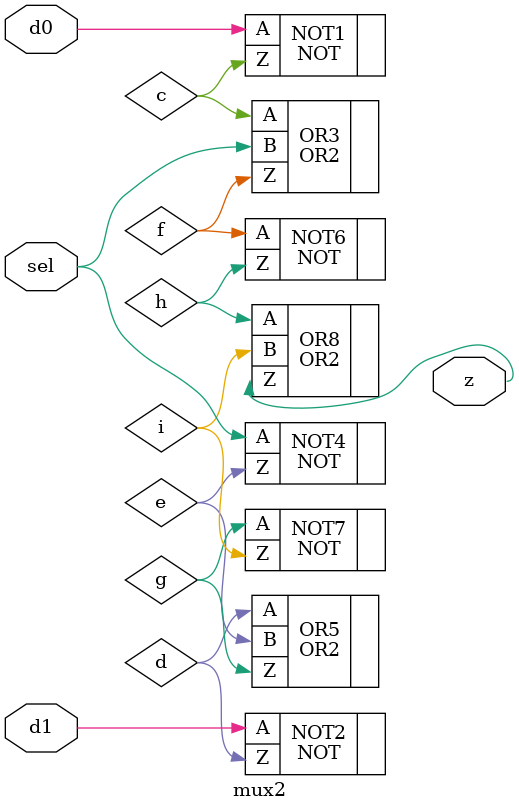
<source format=sv>
module mux2 (
    input logic d0,          // Data input 0
    input logic d1,          // Data input 1
    input logic sel,         // Select input
    output logic z           // Output
);

// Put your code here
// ------------------
    logic c,d,e,f,g,h,i;
    NOT #(
        .Tpdlh(1),
        .Tpdhl(3)
    ) NOT1 (
        .A(d0),
        .Z(c)
    );

    NOT #(
        .Tpdlh(1),
        .Tpdhl(3)
    ) NOT2 (
        .A(d1),
        .Z(d)
    );

    NOT #(
        .Tpdlh(1),
        .Tpdhl(3)
    ) NOT4 (
        .A(sel),
        .Z(e)
    );

    NOT #(
        .Tpdlh(1),
        .Tpdhl(3)
    ) NOT6 (
        .A(f),
        .Z(h)
    );

    NOT #(
        .Tpdlh(1),
        .Tpdhl(3)
    ) NOT7 (
        .A(g),
        .Z(i)
    );

    OR2 #(
        .Tpdlh(6),
        .Tpdhl(10)
    ) OR3 (
        .A(c),
        .B(sel),
        .Z(f)
    );

    OR2 #(
        .Tpdlh(6),
        .Tpdhl(10)
    ) OR5 (
        .A(d),
        .B(e),
        .Z(g)
    );

    OR2 #(
        .Tpdlh(6),
        .Tpdhl(10)
    ) OR8 (
        .A(h),
        .B(i),
        .Z(z)
    );

// End of your code

endmodule

</source>
